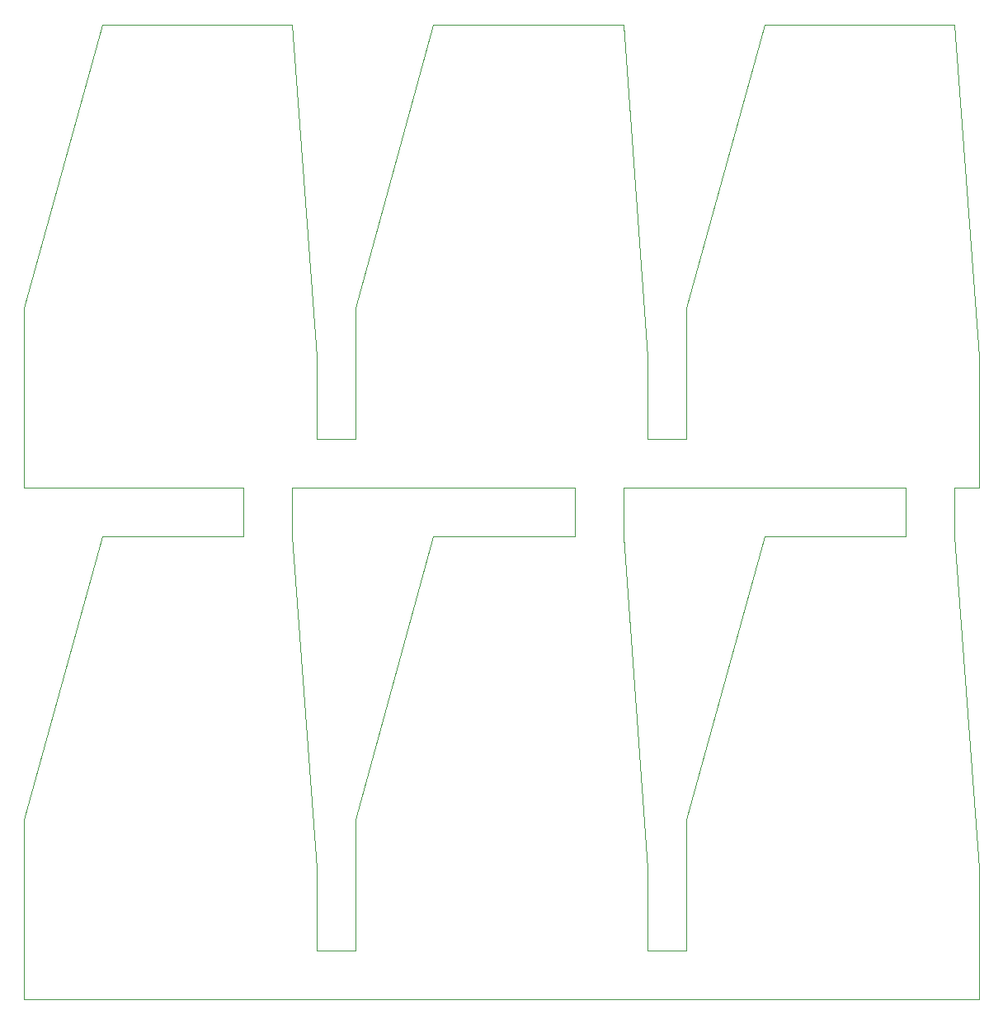
<source format=gbr>
G04 #@! TF.GenerationSoftware,KiCad,Pcbnew,(5.1.9)-1*
G04 #@! TF.CreationDate,2021-03-22T07:19:38+01:00*
G04 #@! TF.ProjectId,IM350- Multi,494d3335-302d-4204-9d75-6c74692e6b69,rev?*
G04 #@! TF.SameCoordinates,Original*
G04 #@! TF.FileFunction,Profile,NP*
%FSLAX46Y46*%
G04 Gerber Fmt 4.6, Leading zero omitted, Abs format (unit mm)*
G04 Created by KiCad (PCBNEW (5.1.9)-1) date 2021-03-22 07:19:38*
%MOMM*%
%LPD*%
G01*
G04 APERTURE LIST*
G04 #@! TA.AperFunction,Profile*
%ADD10C,0.050000*%
G04 #@! TD*
G04 APERTURE END LIST*
D10*
X121500000Y-120000000D02*
X121500000Y-133500000D01*
X117500000Y-125000000D02*
X117500000Y-133500000D01*
X87500000Y-120000000D02*
X87500000Y-133500000D01*
X83500000Y-125000000D02*
X83500000Y-133500000D01*
X117500000Y-133500000D02*
X121500000Y-133500000D01*
X87500000Y-133500000D02*
X83500000Y-133500000D01*
X53500000Y-138500000D02*
X151500000Y-138500000D01*
X121500000Y-67500000D02*
X121500000Y-81000000D01*
X117500000Y-72500000D02*
X117500000Y-81000000D01*
X87500000Y-67500000D02*
X87500000Y-81000000D01*
X83500000Y-72500000D02*
X83500000Y-81000000D01*
X87500000Y-81000000D02*
X83500000Y-81000000D01*
X117500000Y-81000000D02*
X121500000Y-81000000D01*
X115000000Y-86000000D02*
X144000000Y-86000000D01*
X81000000Y-86000000D02*
X110000000Y-86000000D01*
X144000000Y-91000000D02*
X144000000Y-86000000D01*
X144000000Y-91000000D02*
X129500000Y-91000000D01*
X121500000Y-120000000D02*
X129500000Y-91000000D01*
X149000000Y-91000000D02*
X149000000Y-86000000D01*
X149000000Y-91000000D02*
X151500000Y-125000000D01*
X149000000Y-38500000D02*
X129500000Y-38500000D01*
X151500000Y-86000000D02*
X151500000Y-72500000D01*
X149000000Y-38500000D02*
X151500000Y-72500000D01*
X151500000Y-86000000D02*
X149000000Y-86000000D01*
X121500000Y-67500000D02*
X129500000Y-38500000D01*
X151500000Y-138500000D02*
X151500000Y-125000000D01*
X87500000Y-67500000D02*
X95500000Y-38500000D01*
X110000000Y-91000000D02*
X95500000Y-91000000D01*
X110000000Y-91000000D02*
X110000000Y-86000000D01*
X87500000Y-120000000D02*
X95500000Y-91000000D01*
X115000000Y-91000000D02*
X115000000Y-86000000D01*
X115000000Y-91000000D02*
X117500000Y-125000000D01*
X115000000Y-38500000D02*
X117500000Y-72500000D01*
X115000000Y-38500000D02*
X95500000Y-38500000D01*
X53500000Y-120000000D02*
X61500000Y-91000000D01*
X53500000Y-138500000D02*
X53500000Y-120000000D01*
X53500000Y-86000000D02*
X76000000Y-86000000D01*
X53500000Y-67500000D02*
X61500000Y-38500000D01*
X53500000Y-86000000D02*
X53500000Y-67500000D01*
X76000000Y-91000000D02*
X61500000Y-91000000D01*
X81000000Y-91000000D02*
X83500000Y-125000000D01*
X81000000Y-91000000D02*
X81000000Y-86000000D01*
X76000000Y-91000000D02*
X76000000Y-86000000D01*
X81000000Y-38500000D02*
X83500000Y-72500000D01*
X81000000Y-38500000D02*
X61500000Y-38500000D01*
M02*

</source>
